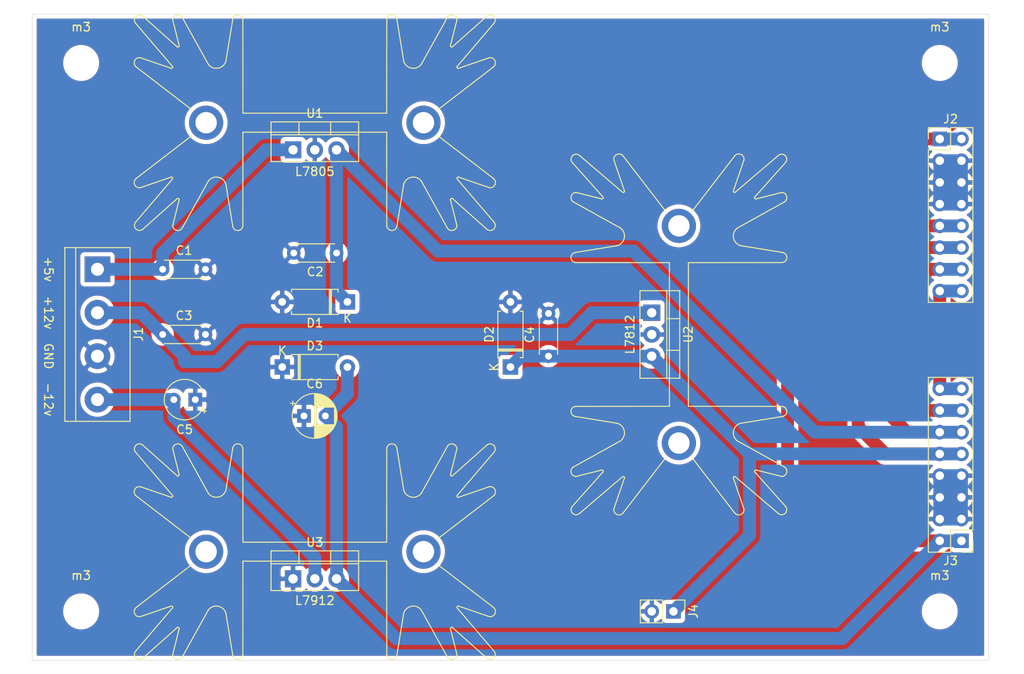
<source format=kicad_pcb>
(kicad_pcb (version 20171130) (host pcbnew "(5.1.10)-1")
  (layers (0 F.Cu signal) (31 B.Cu signal) (34 B.Paste user) (35 F.Paste user) (36 B.SilkS user) (37 F.SilkS user) (38 B.Mask user) (39 F.Mask user) (44 Edge.Cuts user))
  (net 0 "")
  (net 1 "Net-(C1-Pad1)")
  (net 2 "Net-(C1-Pad2)")
  (net 3 "Net-(C2-Pad1)")
  (net 4 "Net-(C3-Pad1)")
  (net 5 "Net-(C4-Pad1)")
  (net 6 "Net-(C5-Pad2)")
  (net 7 "Net-(C6-Pad2)")
  (net 8 "Net-(J2-Pad15)")
  (net 9 "Net-(J2-Pad13)")
  (module MountingHole:MountingHole_3.2mm_M3 (layer F.Cu) (at 213.995 151.765)
    (fp_text reference m3 (at 0 -4.2) (layer F.SilkS))
    (fp_text value MountingHole_3.2mm_M3)
    (pad 1 np_thru_hole circle (at 0 0) (size 3.2 3.2) (drill 3.2) (layers *.Cu *.Mask))
  )
  (module MountingHole:MountingHole_3.2mm_M3 (layer F.Cu) (at 113.665 151.765)
    (fp_text reference m3 (at 0 -4.2) (layer F.SilkS))
    (fp_text value MountingHole_3.2mm_M3)
    (pad 1 np_thru_hole circle (at 0 0) (size 3.2 3.2) (drill 3.2) (layers *.Cu *.Mask))
  )
  (module MountingHole:MountingHole_3.2mm_M3 (layer F.Cu) (at 113.665 87.63)
    (fp_text reference m3 (at 0 -4.2) (layer F.SilkS))
    (fp_text value MountingHole_3.2mm_M3)
    (pad 1 np_thru_hole circle (at 0 0) (size 3.2 3.2) (drill 3.2) (layers *.Cu *.Mask))
  )
  (module MountingHole:MountingHole_3.2mm_M3 (layer F.Cu) (at 213.995 87.63)
    (fp_text reference m3 (at 0 -4.2) (layer F.SilkS))
    (fp_text value MountingHole_3.2mm_M3)
    (pad 1 np_thru_hole circle (at 0 0) (size 3.2 3.2) (drill 3.2) (layers *.Cu *.Mask))
  )
  (module Heatsink:Heatsink_Fischer_SK129-STS_42x25mm_2xDrill2.5mm (layer F.Cu) (at 140.97 144.78)
    (fp_text reference L7912 (at 0 5.715) (layer F.SilkS))
    (fp_text value Heatsink_Fischer_SK129-STS_42x25mm_2xDrill2.5mm)
    (pad 1 thru_hole circle (at -12.7 0 180) (size 4 4) (drill 2.5) (layers *.Cu *.Mask))
    (pad 1 thru_hole circle (at 12.7 0) (size 4 4) (drill 2.5) (layers *.Cu *.Mask))
  )
  (module Heatsink:Heatsink_Fischer_SK129-STS_42x25mm_2xDrill2.5mm (layer F.Cu) (at 183.515 119.38 270)
    (fp_text reference L7812 (at 0 5.715 270) (layer F.SilkS))
    (fp_text value Heatsink_Fischer_SK129-STS_42x25mm_2xDrill2.5mm)
    (pad 1 thru_hole circle (at 12.7 0 270) (size 4 4) (drill 2.5) (layers *.Cu *.Mask))
    (pad 1 thru_hole circle (at -12.7 0 90) (size 4 4) (drill 2.5) (layers *.Cu *.Mask))
  )
  (module Heatsink:Heatsink_Fischer_SK129-STS_42x25mm_2xDrill2.5mm (layer F.Cu) (at 140.97 94.615 180)
    (fp_text reference L7805 (at 0 -5.715) (layer F.SilkS))
    (fp_text value Heatsink_Fischer_SK129-STS_42x25mm_2xDrill2.5mm)
    (pad 1 thru_hole circle (at -12.7 0) (size 4 4) (drill 2.5) (layers *.Cu *.Mask))
    (pad 1 thru_hole circle (at 12.7 0 180) (size 4 4) (drill 2.5) (layers *.Cu *.Mask))
  )
  (module Capacitor_THT:C_Disc_D4.3mm_W1.9mm_P5.00mm (layer F.Cu) (at 123.19 111.76)
    (fp_text reference C1 (at 2.5 -2.2) (layer F.SilkS))
    (fp_text value .33uf)
    (pad 1 thru_hole circle (at 0 0) (size 1.6 1.6) (drill 0.8) (layers *.Cu *.Mask) (net 1 "Net-(C1-Pad1)"))
    (pad 2 thru_hole circle (at 5 0) (size 1.6 1.6) (drill 0.8) (layers *.Cu *.Mask) (net 2 "Net-(C1-Pad2)"))
  )
  (module Capacitor_THT:C_Disc_D4.3mm_W1.9mm_P5.00mm (layer F.Cu) (at 143.51 109.855 180)
    (fp_text reference C2 (at 2.5 -2.2) (layer F.SilkS))
    (fp_text value .1uf)
    (pad 2 thru_hole circle (at 5 0 180) (size 1.6 1.6) (drill 0.8) (layers *.Cu *.Mask) (net 2 "Net-(C1-Pad2)"))
    (pad 1 thru_hole circle (at 0 0 180) (size 1.6 1.6) (drill 0.8) (layers *.Cu *.Mask) (net 3 "Net-(C2-Pad1)"))
  )
  (module Capacitor_THT:C_Disc_D4.3mm_W1.9mm_P5.00mm (layer F.Cu) (at 123.19 119.38)
    (fp_text reference C3 (at 2.5 -2.2) (layer F.SilkS))
    (fp_text value .33uf)
    (pad 1 thru_hole circle (at 0 0) (size 1.6 1.6) (drill 0.8) (layers *.Cu *.Mask) (net 4 "Net-(C3-Pad1)"))
    (pad 2 thru_hole circle (at 5 0) (size 1.6 1.6) (drill 0.8) (layers *.Cu *.Mask) (net 2 "Net-(C1-Pad2)"))
  )
  (module Capacitor_THT:C_Disc_D4.3mm_W1.9mm_P5.00mm (layer F.Cu) (at 168.275 121.92 90)
    (fp_text reference C4 (at 2.5 -2.2 90) (layer F.SilkS))
    (fp_text value .1uf)
    (pad 1 thru_hole circle (at 0 0 90) (size 1.6 1.6) (drill 0.8) (layers *.Cu *.Mask) (net 5 "Net-(C4-Pad1)"))
    (pad 2 thru_hole circle (at 5 0 90) (size 1.6 1.6) (drill 0.8) (layers *.Cu *.Mask) (net 2 "Net-(C1-Pad2)"))
  )
  (module Capacitor_THT:CP_Radial_Tantal_D4.5mm_P2.50mm (layer F.Cu) (at 127 127 180)
    (fp_text reference C5 (at 1.25 -3.5) (layer F.SilkS))
    (fp_text value 2.2uf)
    (pad 1 thru_hole rect (at 0 0 180) (size 1.6 1.6) (drill 0.8) (layers *.Cu *.Mask) (net 2 "Net-(C1-Pad2)"))
    (pad 2 thru_hole circle (at 2.5 0 180) (size 1.6 1.6) (drill 0.8) (layers *.Cu *.Mask) (net 6 "Net-(C5-Pad2)"))
  )
  (module Capacitor_THT:CP_Radial_D5.0mm_P2.50mm (layer F.Cu) (at 139.7 128.905)
    (fp_text reference C6 (at 1.25 -3.75) (layer F.SilkS))
    (fp_text value 1uf)
    (pad 1 thru_hole rect (at 0 0) (size 1.6 1.6) (drill 0.8) (layers *.Cu *.Mask) (net 2 "Net-(C1-Pad2)"))
    (pad 2 thru_hole circle (at 2.5 0) (size 1.6 1.6) (drill 0.8) (layers *.Cu *.Mask) (net 7 "Net-(C6-Pad2)"))
  )
  (module Diode_THT:D_A-405_P7.62mm_Horizontal (layer F.Cu) (at 144.78 115.57 180)
    (fp_text reference D1 (at 3.81 -2.47) (layer F.SilkS))
    (fp_text value 1N4001)
    (fp_text user K (at 0 -1.9) (layer F.SilkS))
    (pad 1 thru_hole rect (at 0 0 180) (size 1.8 1.8) (drill 0.9) (layers *.Cu *.Mask) (net 3 "Net-(C2-Pad1)"))
    (pad 2 thru_hole oval (at 7.62 0 180) (size 1.8 1.8) (drill 0.9) (layers *.Cu *.Mask) (net 2 "Net-(C1-Pad2)"))
  )
  (module Diode_THT:D_A-405_P7.62mm_Horizontal (layer F.Cu) (at 163.83 123.19 90)
    (fp_text reference D2 (at 3.81 -2.47 90) (layer F.SilkS))
    (fp_text value 1N4001)
    (fp_text user K (at 0 -1.9 90) (layer F.SilkS))
    (pad 1 thru_hole rect (at 0 0 90) (size 1.8 1.8) (drill 0.9) (layers *.Cu *.Mask) (net 5 "Net-(C4-Pad1)"))
    (pad 2 thru_hole oval (at 7.62 0 90) (size 1.8 1.8) (drill 0.9) (layers *.Cu *.Mask) (net 2 "Net-(C1-Pad2)"))
  )
  (module Diode_THT:D_A-405_P7.62mm_Horizontal (layer F.Cu) (at 137.16 123.19)
    (fp_text reference D3 (at 3.81 -2.47) (layer F.SilkS))
    (fp_text value 1N4001)
    (fp_text user K (at 0 -1.9) (layer F.SilkS))
    (pad 2 thru_hole oval (at 7.62 0) (size 1.8 1.8) (drill 0.9) (layers *.Cu *.Mask) (net 7 "Net-(C6-Pad2)"))
    (pad 1 thru_hole rect (at 0 0) (size 1.8 1.8) (drill 0.9) (layers *.Cu *.Mask) (net 2 "Net-(C1-Pad2)"))
  )
  (module TerminalBlock:TerminalBlock_bornier-4_P5.08mm (layer F.Cu) (at 115.57 111.76 270)
    (fp_text reference J1 (at 7.6 -4.8 90) (layer F.SilkS))
    (fp_text value Conn_01x04_Male)
    (pad 2 thru_hole circle (at 5.08 0 270) (size 3 3) (drill 1.52) (layers *.Cu *.Mask) (net 4 "Net-(C3-Pad1)"))
    (pad 3 thru_hole circle (at 10.16 0 270) (size 3 3) (drill 1.52) (layers *.Cu *.Mask) (net 2 "Net-(C1-Pad2)"))
    (pad 1 thru_hole rect (at 0 0 270) (size 3 3) (drill 1.52) (layers *.Cu *.Mask) (net 1 "Net-(C1-Pad1)"))
    (pad 4 thru_hole circle (at 15.24 0 270) (size 3 3) (drill 1.52) (layers *.Cu *.Mask) (net 6 "Net-(C5-Pad2)"))
  )
  (module Package_TO_SOT_THT:TO-220-3_Vertical (layer F.Cu) (at 138.43 97.79)
    (fp_text reference U1 (at 2.54 -4.27) (layer F.SilkS))
    (fp_text value L7805)
    (pad 1 thru_hole rect (at 0 0) (size 1.905 2) (drill 1.1) (layers *.Cu *.Mask) (net 1 "Net-(C1-Pad1)"))
    (pad 2 thru_hole oval (at 2.54 0) (size 1.905 2) (drill 1.1) (layers *.Cu *.Mask) (net 2 "Net-(C1-Pad2)"))
    (pad 3 thru_hole oval (at 5.08 0) (size 1.905 2) (drill 1.1) (layers *.Cu *.Mask) (net 3 "Net-(C2-Pad1)"))
  )
  (module Package_TO_SOT_THT:TO-220-3_Vertical (layer F.Cu) (at 180.34 116.84 270)
    (fp_text reference U2 (at 2.54 -4.27 90) (layer F.SilkS))
    (fp_text value L7812)
    (pad 1 thru_hole rect (at 0 0 270) (size 1.905 2) (drill 1.1) (layers *.Cu *.Mask) (net 4 "Net-(C3-Pad1)"))
    (pad 2 thru_hole oval (at 2.54 0 270) (size 1.905 2) (drill 1.1) (layers *.Cu *.Mask) (net 2 "Net-(C1-Pad2)"))
    (pad 3 thru_hole oval (at 5.08 0 270) (size 1.905 2) (drill 1.1) (layers *.Cu *.Mask) (net 5 "Net-(C4-Pad1)"))
  )
  (module Package_TO_SOT_THT:TO-220-3_Vertical (layer F.Cu) (at 138.43 147.955)
    (fp_text reference U3 (at 2.54 -4.27) (layer F.SilkS))
    (fp_text value L7912)
    (pad 3 thru_hole oval (at 5.08 0) (size 1.905 2) (drill 1.1) (layers *.Cu *.Mask) (net 7 "Net-(C6-Pad2)"))
    (pad 2 thru_hole oval (at 2.54 0) (size 1.905 2) (drill 1.1) (layers *.Cu *.Mask) (net 6 "Net-(C5-Pad2)"))
    (pad 1 thru_hole rect (at 0 0) (size 1.905 2) (drill 1.1) (layers *.Cu *.Mask) (net 2 "Net-(C1-Pad2)"))
  )
  (module Connector_PinHeader_2.54mm:PinHeader_2x08_P2.54mm_Vertical (layer F.Cu) (at 213.995 96.52)
    (fp_text reference J2 (at 1.27 -2.33) (layer F.SilkS))
    (fp_text value Conn_02x08_Odd_Even)
    (pad 1 thru_hole rect (at 0 0) (size 1.7 1.7) (drill 1) (layers *.Cu *.Mask) (net 7 "Net-(C6-Pad2)"))
    (pad 2 thru_hole oval (at 2.54 0) (size 1.7 1.7) (drill 1) (layers *.Cu *.Mask) (net 7 "Net-(C6-Pad2)"))
    (pad 3 thru_hole oval (at 0 2.54) (size 1.7 1.7) (drill 1) (layers *.Cu *.Mask) (net 2 "Net-(C1-Pad2)"))
    (pad 4 thru_hole oval (at 2.54 2.54) (size 1.7 1.7) (drill 1) (layers *.Cu *.Mask) (net 2 "Net-(C1-Pad2)"))
    (pad 5 thru_hole oval (at 0 5.08) (size 1.7 1.7) (drill 1) (layers *.Cu *.Mask) (net 2 "Net-(C1-Pad2)"))
    (pad 6 thru_hole oval (at 2.54 5.08) (size 1.7 1.7) (drill 1) (layers *.Cu *.Mask) (net 2 "Net-(C1-Pad2)"))
    (pad 7 thru_hole oval (at 0 7.62) (size 1.7 1.7) (drill 1) (layers *.Cu *.Mask) (net 2 "Net-(C1-Pad2)"))
    (pad 8 thru_hole oval (at 2.54 7.62) (size 1.7 1.7) (drill 1) (layers *.Cu *.Mask) (net 2 "Net-(C1-Pad2)"))
    (pad 9 thru_hole oval (at 0 10.16) (size 1.7 1.7) (drill 1) (layers *.Cu *.Mask) (net 5 "Net-(C4-Pad1)"))
    (pad 10 thru_hole oval (at 2.54 10.16) (size 1.7 1.7) (drill 1) (layers *.Cu *.Mask) (net 5 "Net-(C4-Pad1)"))
    (pad 11 thru_hole oval (at 0 12.7) (size 1.7 1.7) (drill 1) (layers *.Cu *.Mask) (net 3 "Net-(C2-Pad1)"))
    (pad 12 thru_hole oval (at 2.54 12.7) (size 1.7 1.7) (drill 1) (layers *.Cu *.Mask) (net 3 "Net-(C2-Pad1)"))
    (pad 13 thru_hole oval (at 0 15.24) (size 1.7 1.7) (drill 1) (layers *.Cu *.Mask) (net 9 "Net-(J2-Pad13)"))
    (pad 14 thru_hole oval (at 2.54 15.24) (size 1.7 1.7) (drill 1) (layers *.Cu *.Mask) (net 9 "Net-(J2-Pad13)"))
    (pad 15 thru_hole oval (at 0 17.78) (size 1.7 1.7) (drill 1) (layers *.Cu *.Mask) (net 8 "Net-(J2-Pad15)"))
    (pad 16 thru_hole oval (at 2.54 17.78) (size 1.7 1.7) (drill 1) (layers *.Cu *.Mask) (net 8 "Net-(J2-Pad15)"))
  )
  (module Connector_PinHeader_2.54mm:PinHeader_2x08_P2.54mm_Vertical (layer F.Cu) (at 216.535 143.51 180)
    (fp_text reference J3 (at 1.27 -2.33) (layer F.SilkS))
    (fp_text value Conn_02x08_Odd_Even)
    (pad 16 thru_hole oval (at 2.54 17.78 180) (size 1.7 1.7) (drill 1) (layers *.Cu *.Mask) (net 8 "Net-(J2-Pad15)"))
    (pad 15 thru_hole oval (at 0 17.78 180) (size 1.7 1.7) (drill 1) (layers *.Cu *.Mask) (net 8 "Net-(J2-Pad15)"))
    (pad 14 thru_hole oval (at 2.54 15.24 180) (size 1.7 1.7) (drill 1) (layers *.Cu *.Mask) (net 9 "Net-(J2-Pad13)"))
    (pad 13 thru_hole oval (at 0 15.24 180) (size 1.7 1.7) (drill 1) (layers *.Cu *.Mask) (net 9 "Net-(J2-Pad13)"))
    (pad 12 thru_hole oval (at 2.54 12.7 180) (size 1.7 1.7) (drill 1) (layers *.Cu *.Mask) (net 3 "Net-(C2-Pad1)"))
    (pad 11 thru_hole oval (at 0 12.7 180) (size 1.7 1.7) (drill 1) (layers *.Cu *.Mask) (net 3 "Net-(C2-Pad1)"))
    (pad 10 thru_hole oval (at 2.54 10.16 180) (size 1.7 1.7) (drill 1) (layers *.Cu *.Mask) (net 5 "Net-(C4-Pad1)"))
    (pad 9 thru_hole oval (at 0 10.16 180) (size 1.7 1.7) (drill 1) (layers *.Cu *.Mask) (net 5 "Net-(C4-Pad1)"))
    (pad 8 thru_hole oval (at 2.54 7.62 180) (size 1.7 1.7) (drill 1) (layers *.Cu *.Mask) (net 2 "Net-(C1-Pad2)"))
    (pad 7 thru_hole oval (at 0 7.62 180) (size 1.7 1.7) (drill 1) (layers *.Cu *.Mask) (net 2 "Net-(C1-Pad2)"))
    (pad 6 thru_hole oval (at 2.54 5.08 180) (size 1.7 1.7) (drill 1) (layers *.Cu *.Mask) (net 2 "Net-(C1-Pad2)"))
    (pad 5 thru_hole oval (at 0 5.08 180) (size 1.7 1.7) (drill 1) (layers *.Cu *.Mask) (net 2 "Net-(C1-Pad2)"))
    (pad 4 thru_hole oval (at 2.54 2.54 180) (size 1.7 1.7) (drill 1) (layers *.Cu *.Mask) (net 2 "Net-(C1-Pad2)"))
    (pad 3 thru_hole oval (at 0 2.54 180) (size 1.7 1.7) (drill 1) (layers *.Cu *.Mask) (net 2 "Net-(C1-Pad2)"))
    (pad 2 thru_hole oval (at 2.54 0 180) (size 1.7 1.7) (drill 1) (layers *.Cu *.Mask) (net 7 "Net-(C6-Pad2)"))
    (pad 1 thru_hole rect (at 0 0 180) (size 1.7 1.7) (drill 1) (layers *.Cu *.Mask) (net 7 "Net-(C6-Pad2)"))
  )
  (module Connector_PinHeader_2.54mm:PinHeader_1x02_P2.54mm_Vertical (layer F.Cu) (at 182.88 151.765 270)
    (fp_text reference J4 (at 0 -2.33 90) (layer F.SilkS))
    (fp_text value Conn_01x02_Male)
    (pad 1 thru_hole rect (at 0 0 270) (size 1.7 1.7) (drill 1) (layers *.Cu *.Mask) (net 5 "Net-(C4-Pad1)"))
    (pad 2 thru_hole oval (at 0 2.54 270) (size 1.7 1.7) (drill 1) (layers *.Cu *.Mask) (net 2 "Net-(C1-Pad2)"))
  )
  (gr_text -12v (at 109.855 127 270) (layer F.SilkS) (effects (font (size 1 1))))
  (gr_text GND (at 109.855 121.92 270) (layer F.SilkS) (effects (font (size 1 1))))
  (gr_text +12v (at 109.855 116.84 270) (layer F.SilkS) (effects (font (size 1 1))))
  (gr_text +5v (at 109.855 111.76 270) (layer F.SilkS) (effects (font (size 1 1))))
  (gr_line (start 107.95 157.48) (end 107.95 81.915) (layer Edge.Cuts) (width 0.05))
  (gr_line (start 219.71 157.48) (end 107.95 157.48) (layer Edge.Cuts) (width 0.05))
  (gr_line (start 219.71 81.915) (end 219.71 157.48) (layer Edge.Cuts) (width 0.05))
  (gr_line (start 107.95 81.915) (end 219.71 81.915) (layer Edge.Cuts) (width 0.05))
  (segment (start 115.57 111.76) (end 123.19 111.76) (width 1.5) (layer B.Cu) (net 1))
  (segment (start 123.19 111.76) (end 123.19 109.855) (width 1.5) (layer B.Cu) (net 1))
  (segment (start 135.255 97.79) (end 138.43 97.79) (width 1.5) (layer B.Cu) (net 1))
  (segment (start 123.19 109.855) (end 135.255 97.79) (width 1.5) (layer B.Cu) (net 1))
  (segment (start 216.535 140.97) (end 213.995 140.97) (width 1.5) (layer B.Cu) (net 2))
  (segment (start 213.995 140.97) (end 216.535 138.43) (width 1.5) (layer B.Cu) (net 2))
  (segment (start 216.535 138.43) (end 213.995 138.43) (width 1.5) (layer B.Cu) (net 2))
  (segment (start 213.995 138.43) (end 216.535 135.89) (width 1.5) (layer B.Cu) (net 2))
  (segment (start 216.535 135.89) (end 213.995 135.89) (width 1.5) (layer B.Cu) (net 2))
  (segment (start 213.995 135.89) (end 213.995 140.97) (width 1.5) (layer B.Cu) (net 2))
  (segment (start 216.535 135.89) (end 216.535 140.97) (width 1.5) (layer B.Cu) (net 2))
  (segment (start 213.995 138.43) (end 216.535 140.97) (width 1.5) (layer B.Cu) (net 2))
  (segment (start 213.995 135.89) (end 216.535 138.43) (width 1.5) (layer B.Cu) (net 2))
  (segment (start 213.995 104.14) (end 216.535 104.14) (width 1.5) (layer B.Cu) (net 2))
  (segment (start 213.995 101.6) (end 216.535 101.6) (width 1.5) (layer B.Cu) (net 2))
  (segment (start 213.995 101.6) (end 216.535 99.06) (width 1.5) (layer B.Cu) (net 2))
  (segment (start 213.995 104.14) (end 213.995 101.6) (width 1.5) (layer B.Cu) (net 2))
  (segment (start 216.535 101.6) (end 213.995 99.06) (width 1.5) (layer B.Cu) (net 2))
  (segment (start 216.535 104.14) (end 216.535 101.6) (width 1.5) (layer B.Cu) (net 2))
  (segment (start 216.535 99.06) (end 216.535 104.14) (width 1.5) (layer B.Cu) (net 2))
  (segment (start 213.995 99.06) (end 213.995 104.14) (width 1.5) (layer B.Cu) (net 2))
  (segment (start 216.535 101.6) (end 213.995 104.14) (width 1.5) (layer B.Cu) (net 2))
  (segment (start 213.995 99.06) (end 216.535 99.06) (width 1.5) (layer B.Cu) (net 2))
  (segment (start 143.51 97.79) (end 143.51 109.855) (width 1.5) (layer B.Cu) (net 3))
  (segment (start 143.51 114.3) (end 144.78 115.57) (width 1.5) (layer B.Cu) (net 3))
  (segment (start 143.51 109.855) (end 143.51 114.3) (width 1.5) (layer B.Cu) (net 3))
  (segment (start 213.995 130.81) (end 216.535 130.81) (width 1.5) (layer B.Cu) (net 3))
  (segment (start 155.350001 109.630001) (end 178.210001 109.630001) (width 1.5) (layer B.Cu) (net 3))
  (segment (start 143.51 97.79) (end 155.350001 109.630001) (width 1.5) (layer B.Cu) (net 3))
  (segment (start 178.210001 109.630001) (end 199.39 130.81) (width 1.5) (layer B.Cu) (net 3))
  (segment (start 199.39 130.81) (end 213.995 130.81) (width 1.5) (layer B.Cu) (net 3))
  (segment (start 213.995 109.22) (end 216.535 109.22) (width 1.5) (layer B.Cu) (net 3))
  (segment (start 213.995 130.81) (end 210.185 130.81) (width 1.5) (layer F.Cu) (net 3))
  (segment (start 210.185 130.81) (end 208.28 128.905) (width 1.5) (layer F.Cu) (net 3))
  (segment (start 208.28 128.905) (end 208.28 112.395) (width 1.5) (layer F.Cu) (net 3))
  (segment (start 208.28 112.395) (end 211.455 109.22) (width 1.5) (layer F.Cu) (net 3))
  (segment (start 211.455 109.22) (end 213.995 109.22) (width 1.5) (layer F.Cu) (net 3))
  (segment (start 120.65 116.84) (end 123.19 119.38) (width 1.5) (layer B.Cu) (net 4))
  (segment (start 115.57 116.84) (end 120.65 116.84) (width 1.5) (layer B.Cu) (net 4))
  (segment (start 180.34 116.84) (end 173.355 116.84) (width 1.5) (layer B.Cu) (net 4))
  (segment (start 173.355 116.84) (end 170.815 119.38) (width 1.5) (layer B.Cu) (net 4))
  (segment (start 170.815 119.38) (end 132.715 119.38) (width 1.5) (layer B.Cu) (net 4))
  (segment (start 132.715 119.38) (end 129.54 122.555) (width 1.5) (layer B.Cu) (net 4))
  (segment (start 129.54 122.555) (end 125.73 122.555) (width 1.5) (layer B.Cu) (net 4))
  (segment (start 125.73 121.92) (end 123.19 119.38) (width 1.5) (layer B.Cu) (net 4))
  (segment (start 125.73 122.555) (end 125.73 121.92) (width 1.5) (layer B.Cu) (net 4))
  (segment (start 180.34 121.92) (end 168.275 121.92) (width 1.5) (layer B.Cu) (net 5))
  (segment (start 165.1 121.92) (end 163.83 123.19) (width 1.5) (layer B.Cu) (net 5))
  (segment (start 168.275 121.92) (end 165.1 121.92) (width 1.5) (layer B.Cu) (net 5))
  (segment (start 191.77 133.35) (end 213.995 133.35) (width 1.5) (layer B.Cu) (net 5))
  (segment (start 180.34 121.92) (end 191.77 133.35) (width 1.5) (layer B.Cu) (net 5))
  (segment (start 213.995 133.35) (end 216.535 133.35) (width 1.5) (layer B.Cu) (net 5))
  (segment (start 213.995 106.68) (end 216.535 106.68) (width 1.5) (layer B.Cu) (net 5))
  (segment (start 213.995 133.35) (end 207.645 133.35) (width 1.5) (layer F.Cu) (net 5))
  (segment (start 207.645 133.35) (end 204.47 130.175) (width 1.5) (layer F.Cu) (net 5))
  (segment (start 204.47 130.175) (end 204.47 111.125) (width 1.5) (layer F.Cu) (net 5))
  (segment (start 204.47 111.125) (end 208.915 106.68) (width 1.5) (layer F.Cu) (net 5))
  (segment (start 208.915 106.68) (end 213.995 106.68) (width 1.5) (layer F.Cu) (net 5))
  (segment (start 191.77 142.875) (end 182.88 151.765) (width 1.5) (layer B.Cu) (net 5))
  (segment (start 191.77 133.35) (end 191.77 142.875) (width 1.5) (layer B.Cu) (net 5))
  (segment (start 115.57 127) (end 124.5 127) (width 1.5) (layer B.Cu) (net 6))
  (segment (start 124.5 128.985) (end 124.5 127) (width 1.5) (layer B.Cu) (net 6))
  (segment (start 140.97 145.455) (end 124.5 128.985) (width 1.5) (layer B.Cu) (net 6))
  (segment (start 140.97 147.955) (end 140.97 145.455) (width 1.5) (layer B.Cu) (net 6))
  (segment (start 143.51 130.215) (end 142.2 128.905) (width 1.5) (layer B.Cu) (net 7))
  (segment (start 143.51 147.955) (end 143.51 130.215) (width 1.5) (layer B.Cu) (net 7))
  (segment (start 144.78 126.325) (end 142.2 128.905) (width 1.5) (layer B.Cu) (net 7))
  (segment (start 144.78 123.19) (end 144.78 126.325) (width 1.5) (layer B.Cu) (net 7))
  (segment (start 213.995 143.51) (end 216.535 143.51) (width 1.5) (layer B.Cu) (net 7))
  (segment (start 213.870998 96.52) (end 213.995 96.52) (width 1.5) (layer F.Cu) (net 7))
  (segment (start 213.995 96.52) (end 216.535 96.52) (width 1.5) (layer B.Cu) (net 7))
  (segment (start 213.995 143.51) (end 204.47 143.51) (width 1.5) (layer F.Cu) (net 7))
  (segment (start 204.47 143.51) (end 196.215 135.255) (width 1.5) (layer F.Cu) (net 7))
  (segment (start 196.215 135.255) (end 196.215 105.41) (width 1.5) (layer F.Cu) (net 7))
  (segment (start 205.105 96.52) (end 213.995 96.52) (width 1.5) (layer F.Cu) (net 7))
  (segment (start 196.215 105.41) (end 205.105 96.52) (width 1.5) (layer F.Cu) (net 7))
  (segment (start 145.415 149.86) (end 143.51 147.955) (width 1.5) (layer B.Cu) (net 7))
  (segment (start 150.495 154.94) (end 145.415 149.86) (width 1.5) (layer B.Cu) (net 7))
  (segment (start 202.565 154.94) (end 150.495 154.94) (width 1.5) (layer B.Cu) (net 7))
  (segment (start 213.995 143.51) (end 202.565 154.94) (width 1.5) (layer B.Cu) (net 7))
  (segment (start 213.995 125.73) (end 216.535 125.73) (width 1.5) (layer B.Cu) (net 8))
  (segment (start 213.995 114.3) (end 216.535 114.3) (width 1.5) (layer B.Cu) (net 8))
  (segment (start 213.995 125.73) (end 213.995 114.3) (width 1.5) (layer F.Cu) (net 8))
  (segment (start 213.995 128.27) (end 216.535 128.27) (width 1.5) (layer B.Cu) (net 9))
  (segment (start 213.870998 111.76) (end 213.995 111.76) (width 1.5) (layer F.Cu) (net 9))
  (segment (start 213.995 111.76) (end 216.535 111.76) (width 1.5) (layer B.Cu) (net 9))
  (segment (start 212.792919 111.76) (end 213.995 111.76) (width 1.5) (layer F.Cu) (net 9))
  (segment (start 211.455 113.097919) (end 212.792919 111.76) (width 1.5) (layer F.Cu) (net 9))
  (segment (start 211.455 127.635) (end 211.455 113.097919) (width 1.5) (layer F.Cu) (net 9))
  (segment (start 212.09 128.27) (end 211.455 127.635) (width 1.5) (layer F.Cu) (net 9))
  (segment (start 213.995 128.27) (end 212.09 128.27) (width 1.5) (layer F.Cu) (net 9))
  (zone (net 2) (net_name "Net-(C1-Pad2)") (layer B.Cu) (connect_pads (clearance 0.508)) (min_thickness 0.254) (fill yes (arc_segments 32) (thermal_gap 0.508) (thermal_bridge_width 0.508))
    (polygon (pts (xy 219.71 157.48) (xy 107.95 157.48) (xy 107.95 81.915) (xy 219.71 81.915)))
  )
  (zone (net 2) (net_name "Net-(C1-Pad2)") (layer F.Cu) (connect_pads (clearance 0.508)) (min_thickness 0.254) (fill yes (arc_segments 32) (thermal_gap 0.508) (thermal_bridge_width 0.508))
    (polygon (pts (xy 219.71 157.48) (xy 107.95 157.48) (xy 107.95 81.915) (xy 219.71 81.915)))
  )
)
</source>
